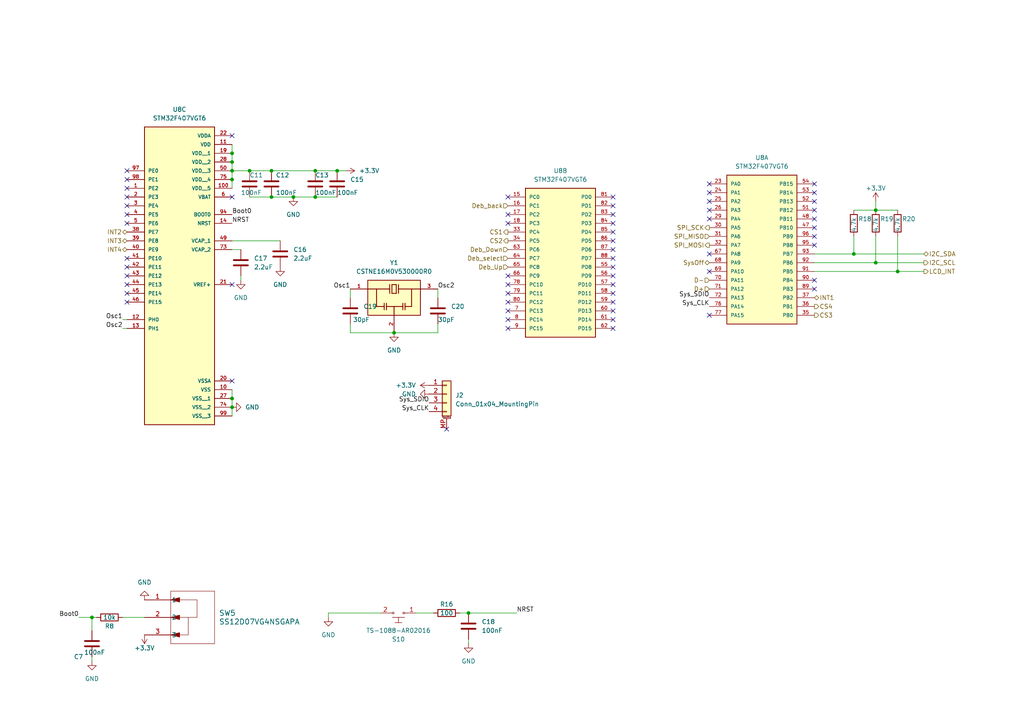
<source format=kicad_sch>
(kicad_sch (version 20231120) (generator "eeschema") (generator_version "8.0")
  (paper "A4")
  (lib_symbols
    (symbol "+3.3V_1" (power) (pin_numbers hide) (pin_names (offset 0) hide)
      (property "Value" "+3.3V" (at 0 3.556 0))
      (symbol "+3.3V_1_0_1"
        (polyline (pts (xy -0.762 1.27) (xy 0 2.54)))
        (polyline (pts (xy 0 0) (xy 0 2.54)))
        (polyline (pts (xy 0 2.54) (xy 0.762 1.27)))
      )
      (symbol "+3.3V_1_1_1"
        (pin power_in line (at 0 0 90) (length 0) (name "~") (number "1"))
      )
    )
    (symbol "2024-05-28_19-32-11:SS12D07VG4NSGAPA" (pin_names (offset 0.254))
      (property "Reference" "SW" (at 15.24 7.62 0))
      (property "Value" "SS12D07VG4NSGAPA" (at 20.32 5.08 0))
      (symbol "SS12D07VG4NSGAPA_0_1"
        (polyline (pts (xy 7.62 -12.7) (xy 20.32 -12.7)) (stroke (width 0.127)))
        (polyline (pts (xy 7.62 -10.16) (xy 10.16 -9.525)) (stroke (width 0.127)))
        (polyline (pts (xy 7.62 -5.08) (xy 10.16 -4.445)) (stroke (width 0.127)))
        (polyline (pts (xy 7.62 -5.08) (xy 15.24 -5.08)) (stroke (width 0.127)))
        (polyline (pts (xy 7.62 0) (xy 10.16 0.635)) (stroke (width 0.127)))
        (polyline (pts (xy 7.62 0) (xy 15.24 0)) (stroke (width 0.127)))
        (polyline (pts (xy 7.62 2.54) (xy 7.62 -12.7)) (stroke (width 0.127)))
        (polyline (pts (xy 10.16 -10.795) (xy 7.62 -10.16)) (stroke (width 0.127)))
        (polyline (pts (xy 10.16 -9.525) (xy 10.16 -10.795)) (stroke (width 0.127)))
        (polyline (pts (xy 10.16 -5.715) (xy 7.62 -5.08)) (stroke (width 0.127)))
        (polyline (pts (xy 10.16 -4.445) (xy 10.16 -5.715)) (stroke (width 0.127)))
        (polyline (pts (xy 10.16 -0.635) (xy 7.62 0)) (stroke (width 0.127)))
        (polyline (pts (xy 10.16 0.635) (xy 10.16 -0.635)) (stroke (width 0.127)))
        (polyline (pts (xy 12.7 -10.16) (xy 7.62 -10.16)) (stroke (width 0.127)))
        (polyline (pts (xy 12.7 -5.08) (xy 12.7 -10.16)) (stroke (width 0.127)))
        (polyline (pts (xy 15.24 0) (xy 15.24 -5.08)) (stroke (width 0.127)))
        (polyline (pts (xy 20.32 -12.7) (xy 20.32 2.54)) (stroke (width 0.127)))
        (polyline (pts (xy 20.32 2.54) (xy 7.62 2.54)) (stroke (width 0.127)))
        (polyline (pts (xy 7.62 -10.16) (xy 10.16 -9.525) (xy 10.16 -10.795)) (fill (type outline)))
        (polyline (pts (xy 7.62 -5.08) (xy 10.16 -4.445) (xy 10.16 -5.715)) (fill (type outline)))
        (polyline (pts (xy 7.62 0) (xy 10.16 0.635) (xy 10.16 -0.635)) (fill (type outline)))
        (pin unspecified line (at 0 0 0) (length 7.62) (name "1") (number "1"))
        (pin unspecified line (at 0 -5.08 0) (length 7.62) (name "2") (number "2"))
        (pin unspecified line (at 0 -10.16 0) (length 7.62) (name "3") (number "3"))
      )
    )
    (symbol "CSTNE16M0V530000R0:CSTNE16M0V530000R0" (pin_names (offset 1.016))
      (property "Reference" "Y" (at -7.62 6.35 0))
      (property "Value" "CSTNE16M0V530000R0" (at 1.27 -6.35 0))
      (symbol "CSTNE16M0V530000R0_0_0"
        (rectangle (start -7.62 -5.08) (end 7.62 5.08) (stroke (width 0.254)) (fill (type background)))
        (polyline (pts (xy -7.62 2.54) (xy -5.08 2.54)) (stroke (width 0.254)))
        (polyline (pts (xy -5.08 -2.54) (xy -5.08 2.54)) (stroke (width 0.254)))
        (polyline (pts (xy -5.08 2.54) (xy -1.27 2.54)) (stroke (width 0.254)))
        (polyline (pts (xy -2.8575 -2.54) (xy -5.08 -2.54)) (stroke (width 0.254)))
        (polyline (pts (xy -2.8575 -2.54) (xy -2.8575 -3.4925)) (stroke (width 0.254)))
        (polyline (pts (xy -2.8575 -1.5875) (xy -2.8575 -2.54)) (stroke (width 0.254)))
        (polyline (pts (xy -2.2225 -2.54) (xy -2.2225 -3.4925)) (stroke (width 0.254)))
        (polyline (pts (xy -2.2225 -1.5875) (xy -2.2225 -2.54)) (stroke (width 0.254)))
        (polyline (pts (xy -1.27 2.54) (xy -1.27 1.27)) (stroke (width 0.254)))
        (polyline (pts (xy -1.27 3.81) (xy -1.27 2.54)) (stroke (width 0.254)))
        (polyline (pts (xy -0.635 1.27) (xy -0.635 3.81)) (stroke (width 0.254)))
        (polyline (pts (xy -0.635 3.81) (xy 0.635 3.81)) (stroke (width 0.254)))
        (polyline (pts (xy 0 -5.08) (xy 0 -2.54)) (stroke (width 0.254)))
        (polyline (pts (xy 0 -2.54) (xy -2.2225 -2.54)) (stroke (width 0.254)))
        (polyline (pts (xy 0 -2.54) (xy 2.54 -2.54)) (stroke (width 0.254)))
        (polyline (pts (xy 0.635 1.27) (xy -0.635 1.27)) (stroke (width 0.254)))
        (polyline (pts (xy 0.635 3.81) (xy 0.635 1.27)) (stroke (width 0.254)))
        (polyline (pts (xy 1.27 2.54) (xy 1.27 1.27)) (stroke (width 0.254)))
        (polyline (pts (xy 1.27 2.54) (xy 5.08 2.54)) (stroke (width 0.254)))
        (polyline (pts (xy 1.27 3.81) (xy 1.27 2.54)) (stroke (width 0.254)))
        (polyline (pts (xy 2.54 -2.54) (xy 2.54 -3.4925)) (stroke (width 0.254)))
        (polyline (pts (xy 2.54 -1.5875) (xy 2.54 -2.54)) (stroke (width 0.254)))
        (polyline (pts (xy 3.175 -2.54) (xy 3.175 -3.4925)) (stroke (width 0.254)))
        (polyline (pts (xy 3.175 -2.54) (xy 5.08 -2.54)) (stroke (width 0.254)))
        (polyline (pts (xy 3.175 -1.5875) (xy 3.175 -2.54)) (stroke (width 0.254)))
        (polyline (pts (xy 5.08 -2.54) (xy 5.08 2.54)) (stroke (width 0.254)))
        (polyline (pts (xy 5.08 2.54) (xy 7.62 2.54)) (stroke (width 0.254)))
        (pin input line (at -12.7 2.54 0) (length 5.08) (name "~") (number "1"))
        (pin power_in line (at 0 -10.16 90) (length 5.08) (name "~") (number "2"))
        (pin output line (at 12.7 2.54 180) (length 5.08) (name "~") (number "3"))
      )
    )
    (symbol "Connector_Generic_MountingPin:Conn_01x04_MountingPin" (pin_names (offset 1.016) hide)
      (property "Reference" "J" (at 0 5.08 0))
      (property "Value" "Conn_01x04_MountingPin" (at 1.27 -7.62 0))
      (symbol "Conn_01x04_MountingPin_1_1"
        (rectangle (start -1.27 -4.953) (end 0 -5.207) (stroke (width 0.1524)))
        (rectangle (start -1.27 -2.413) (end 0 -2.667) (stroke (width 0.1524)))
        (rectangle (start -1.27 0.127) (end 0 -0.127) (stroke (width 0.1524)))
        (rectangle (start -1.27 2.667) (end 0 2.413) (stroke (width 0.1524)))
        (rectangle (start -1.27 3.81) (end 1.27 -6.35) (stroke (width 0.254)) (fill (type background)))
        (polyline (pts (xy -1.016 -7.112) (xy 1.016 -7.112)) (stroke (width 0.1524)))
        (text "Mounting" (at 0 -6.731 0) (effects (font (size 0.381 0.381))))
        (pin passive line (at -5.08 2.54 0) (length 3.81) (name "Pin_1") (number "1"))
        (pin passive line (at -5.08 0 0) (length 3.81) (name "Pin_2") (number "2"))
        (pin passive line (at -5.08 -2.54 0) (length 3.81) (name "Pin_3") (number "3"))
        (pin passive line (at -5.08 -5.08 0) (length 3.81) (name "Pin_4") (number "4"))
        (pin passive line (at 0 -10.16 90) (length 3.048) (name "MountPin") (number "MP"))
      )
    )
    (symbol "Device:C" (pin_numbers hide) (pin_names (offset 0.254))
      (property "Reference" "C" (at 0.635 2.54 0))
      (property "Value" "C" (at 0.635 -2.54 0))
      (symbol "C_0_1"
        (polyline (pts (xy -2.032 -0.762) (xy 2.032 -0.762)) (stroke (width 0.508)))
        (polyline (pts (xy -2.032 0.762) (xy 2.032 0.762)) (stroke (width 0.508)))
      )
      (symbol "C_1_1"
        (pin passive line (at 0 3.81 270) (length 2.794) (name "~") (number "1"))
        (pin passive line (at 0 -3.81 90) (length 2.794) (name "~") (number "2"))
      )
    )
    (symbol "Device:R" (pin_numbers hide) (pin_names (offset 0))
      (property "Reference" "R" (at 2.032 0 90))
      (property "Value" "R" (at 0 0 90))
      (symbol "R_0_1"
        (rectangle (start -1.016 -2.54) (end 1.016 2.54) (stroke (width 0.254)))
      )
      (symbol "R_1_1"
        (pin passive line (at 0 3.81 270) (length 1.27) (name "~") (number "1"))
        (pin passive line (at 0 -3.81 90) (length 1.27) (name "~") (number "2"))
      )
    )
    (symbol "GND_1" (power) (pin_numbers hide) (pin_names (offset 0) hide)
      (property "Value" "GND" (at 0 -3.81 0))
      (symbol "GND_1_0_1"
        (polyline (pts (xy 0 0) (xy 0 -1.27) (xy 1.27 -1.27) (xy 0 -2.54) (xy -1.27 -1.27) (xy 0 -1.27)))
      )
      (symbol "GND_1_1_1"
        (pin power_in line (at 0 0 270) (length 0) (name "~") (number "1"))
      )
    )
    (symbol "GND_2" (power) (pin_numbers hide) (pin_names (offset 0) hide)
      (property "Value" "GND" (at 0 -3.81 0))
      (symbol "GND_2_0_1"
        (polyline (pts (xy 0 0) (xy 0 -1.27) (xy 1.27 -1.27) (xy 0 -2.54) (xy -1.27 -1.27) (xy 0 -1.27)))
      )
      (symbol "GND_2_1_1"
        (pin power_in line (at 0 0 270) (length 0) (name "~") (number "1"))
      )
    )
    (symbol "STM32F407VGT6:STM32F407VGT6" (pin_names (offset 1.016))
      (property "Reference" "U" (at -10.1624 22.888 0))
      (property "Value" "STM32F407VGT6" (at -10.172 -22.953 0))
      (symbol "STM32F407VGT6_1_0"
        (rectangle (start -10.16 -20.32) (end 10.16 22.86) (stroke (width 0.254)) (fill (type background)))
        (pin bidirectional line (at -15.24 20.32 0) (length 5.08) (name "PA0") (number "23"))
        (pin bidirectional line (at -15.24 17.78 0) (length 5.08) (name "PA1") (number "24"))
        (pin bidirectional line (at -15.24 15.24 0) (length 5.08) (name "PA2") (number "25"))
        (pin bidirectional line (at -15.24 12.7 0) (length 5.08) (name "PA3") (number "26"))
        (pin bidirectional line (at -15.24 10.16 0) (length 5.08) (name "PA4") (number "29"))
        (pin bidirectional line (at -15.24 7.62 0) (length 5.08) (name "PA5") (number "30"))
        (pin bidirectional line (at -15.24 5.08 0) (length 5.08) (name "PA6") (number "31"))
        (pin bidirectional line (at -15.24 2.54 0) (length 5.08) (name "PA7") (number "32"))
        (pin bidirectional line (at 15.24 -17.78 180) (length 5.08) (name "PB0") (number "35"))
        (pin bidirectional line (at 15.24 -15.24 180) (length 5.08) (name "PB1") (number "36"))
        (pin bidirectional line (at 15.24 -12.7 180) (length 5.08) (name "PB2") (number "37"))
        (pin bidirectional line (at 15.24 7.62 180) (length 5.08) (name "PB10") (number "47"))
        (pin bidirectional line (at 15.24 10.16 180) (length 5.08) (name "PB11") (number "48"))
        (pin bidirectional line (at 15.24 12.7 180) (length 5.08) (name "PB12") (number "51"))
        (pin bidirectional line (at 15.24 15.24 180) (length 5.08) (name "PB13") (number "52"))
        (pin bidirectional line (at 15.24 17.78 180) (length 5.08) (name "PB14") (number "53"))
        (pin bidirectional line (at 15.24 20.32 180) (length 5.08) (name "PB15") (number "54"))
        (pin bidirectional line (at -15.24 0 0) (length 5.08) (name "PA8") (number "67"))
        (pin bidirectional line (at -15.24 -2.54 0) (length 5.08) (name "PA9") (number "68"))
        (pin bidirectional line (at -15.24 -5.08 0) (length 5.08) (name "PA10") (number "69"))
        (pin bidirectional line (at -15.24 -7.62 0) (length 5.08) (name "PA11") (number "70"))
        (pin bidirectional line (at -15.24 -10.16 0) (length 5.08) (name "PA12") (number "71"))
        (pin bidirectional line (at -15.24 -12.7 0) (length 5.08) (name "PA13") (number "72"))
        (pin bidirectional line (at -15.24 -15.24 0) (length 5.08) (name "PA14") (number "76"))
        (pin bidirectional line (at -15.24 -17.78 0) (length 5.08) (name "PA15") (number "77"))
        (pin bidirectional line (at 15.24 -10.16 180) (length 5.08) (name "PB3") (number "89"))
        (pin bidirectional line (at 15.24 -7.62 180) (length 5.08) (name "PB4") (number "90"))
        (pin bidirectional line (at 15.24 -5.08 180) (length 5.08) (name "PB5") (number "91"))
        (pin bidirectional line (at 15.24 -2.54 180) (length 5.08) (name "PB6") (number "92"))
        (pin bidirectional line (at 15.24 0 180) (length 5.08) (name "PB7") (number "93"))
        (pin bidirectional line (at 15.24 2.54 180) (length 5.08) (name "PB8") (number "95"))
        (pin bidirectional line (at 15.24 5.08 180) (length 5.08) (name "PB9") (number "96"))
      )
      (symbol "STM32F407VGT6_2_0"
        (rectangle (start -10.16 -20.32) (end 10.16 22.86) (stroke (width 0.254)) (fill (type background)))
        (pin bidirectional line (at -15.24 20.32 0) (length 5.08) (name "PC0") (number "15"))
        (pin bidirectional line (at -15.24 17.78 0) (length 5.08) (name "PC1") (number "16"))
        (pin bidirectional line (at -15.24 15.24 0) (length 5.08) (name "PC2") (number "17"))
        (pin bidirectional line (at -15.24 12.7 0) (length 5.08) (name "PC3") (number "18"))
        (pin bidirectional line (at -15.24 10.16 0) (length 5.08) (name "PC4") (number "33"))
        (pin bidirectional line (at -15.24 7.62 0) (length 5.08) (name "PC5") (number "34"))
        (pin bidirectional line (at 15.24 0 180) (length 5.08) (name "PD8") (number "55"))
        (pin bidirectional line (at 15.24 -2.54 180) (length 5.08) (name "PD9") (number "56"))
        (pin bidirectional line (at 15.24 -5.08 180) (length 5.08) (name "PD10") (number "57"))
        (pin bidirectional line (at 15.24 -7.62 180) (length 5.08) (name "PD11") (number "58"))
        (pin bidirectional line (at 15.24 -10.16 180) (length 5.08) (name "PD12") (number "59"))
        (pin bidirectional line (at 15.24 -12.7 180) (length 5.08) (name "PD13") (number "60"))
        (pin bidirectional line (at 15.24 -15.24 180) (length 5.08) (name "PD14") (number "61"))
        (pin bidirectional line (at 15.24 -17.78 180) (length 5.08) (name "PD15") (number "62"))
        (pin bidirectional line (at -15.24 5.08 0) (length 5.08) (name "PC6") (number "63"))
        (pin bidirectional line (at -15.24 2.54 0) (length 5.08) (name "PC7") (number "64"))
        (pin bidirectional line (at -15.24 0 0) (length 5.08) (name "PC8") (number "65"))
        (pin bidirectional line (at -15.24 -2.54 0) (length 5.08) (name "PC9") (number "66"))
        (pin bidirectional line (at -15.24 -12.7 0) (length 5.08) (name "PC13") (number "7"))
        (pin bidirectional line (at -15.24 -5.08 0) (length 5.08) (name "PC10") (number "78"))
        (pin bidirectional line (at -15.24 -7.62 0) (length 5.08) (name "PC11") (number "79"))
        (pin bidirectional line (at -15.24 -15.24 0) (length 5.08) (name "PC14") (number "8"))
        (pin bidirectional line (at -15.24 -10.16 0) (length 5.08) (name "PC12") (number "80"))
        (pin bidirectional line (at 15.24 20.32 180) (length 5.08) (name "PD0") (number "81"))
        (pin bidirectional line (at 15.24 17.78 180) (length 5.08) (name "PD1") (number "82"))
        (pin bidirectional line (at 15.24 15.24 180) (length 5.08) (name "PD2") (number "83"))
        (pin bidirectional line (at 15.24 12.7 180) (length 5.08) (name "PD3") (number "84"))
        (pin bidirectional line (at 15.24 10.16 180) (length 5.08) (name "PD4") (number "85"))
        (pin bidirectional line (at 15.24 7.62 180) (length 5.08) (name "PD5") (number "86"))
        (pin bidirectional line (at 15.24 5.08 180) (length 5.08) (name "PD6") (number "87"))
        (pin bidirectional line (at 15.24 2.54 180) (length 5.08) (name "PD7") (number "88"))
        (pin bidirectional line (at -15.24 -17.78 0) (length 5.08) (name "PC15") (number "9"))
      )
      (symbol "STM32F407VGT6_3_0"
        (rectangle (start -10.16 -53.34) (end 10.16 33.02) (stroke (width 0.254)) (fill (type background)))
        (pin bidirectional line (at -15.24 15.24 0) (length 5.08) (name "PE2") (number "1"))
        (pin power_in line (at 15.24 -43.18 180) (length 5.08) (name "VSS") (number "10"))
        (pin power_in line (at 15.24 15.24 180) (length 5.08) (name "VDD__5") (number "100"))
        (pin power_in line (at 15.24 27.94 180) (length 5.08) (name "VDD") (number "11"))
        (pin bidirectional line (at -15.24 -22.86 0) (length 5.08) (name "PH0") (number "12"))
        (pin bidirectional line (at -15.24 -25.4 0) (length 5.08) (name "PH1") (number "13"))
        (pin bidirectional line (at 15.24 5.08 180) (length 5.08) (name "NRST") (number "14"))
        (pin power_in line (at 15.24 25.4 180) (length 5.08) (name "VDD__1") (number "19"))
        (pin bidirectional line (at -15.24 12.7 0) (length 5.08) (name "PE3") (number "2"))
        (pin power_in line (at 15.24 -40.64 180) (length 5.08) (name "VSSA") (number "20"))
        (pin power_in line (at 15.24 -12.7 180) (length 5.08) (name "VREF+") (number "21"))
        (pin power_in line (at 15.24 30.48 180) (length 5.08) (name "VDDA") (number "22"))
        (pin power_in line (at 15.24 -45.72 180) (length 5.08) (name "VSS__1") (number "27"))
        (pin power_in line (at 15.24 22.86 180) (length 5.08) (name "VDD__2") (number "28"))
        (pin bidirectional line (at -15.24 10.16 0) (length 5.08) (name "PE4") (number "3"))
        (pin bidirectional line (at -15.24 2.54 0) (length 5.08) (name "PE7") (number "38"))
        (pin bidirectional line (at -15.24 0 0) (length 5.08) (name "PE8") (number "39"))
        (pin bidirectional line (at -15.24 7.62 0) (length 5.08) (name "PE5") (number "4"))
        (pin bidirectional line (at -15.24 -2.54 0) (length 5.08) (name "PE9") (number "40"))
        (pin bidirectional line (at -15.24 -5.08 0) (length 5.08) (name "PE10") (number "41"))
        (pin bidirectional line (at -15.24 -7.62 0) (length 5.08) (name "PE11") (number "42"))
        (pin bidirectional line (at -15.24 -10.16 0) (length 5.08) (name "PE12") (number "43"))
        (pin bidirectional line (at -15.24 -12.7 0) (length 5.08) (name "PE13") (number "44"))
        (pin bidirectional line (at -15.24 -15.24 0) (length 5.08) (name "PE14") (number "45"))
        (pin bidirectional line (at -15.24 -17.78 0) (length 5.08) (name "PE15") (number "46"))
        (pin passive line (at 15.24 0 180) (length 5.08) (name "VCAP_1") (number "49"))
        (pin bidirectional line (at -15.24 5.08 0) (length 5.08) (name "PE6") (number "5"))
        (pin power_in line (at 15.24 20.32 180) (length 5.08) (name "VDD__3") (number "50"))
        (pin power_in line (at 15.24 12.7 180) (length 5.08) (name "VBAT") (number "6"))
        (pin passive line (at 15.24 -2.54 180) (length 5.08) (name "VCAP_2") (number "73"))
        (pin power_in line (at 15.24 -48.26 180) (length 5.08) (name "VSS__2") (number "74"))
        (pin power_in line (at 15.24 17.78 180) (length 5.08) (name "VDD__4") (number "75"))
        (pin input line (at 15.24 7.62 180) (length 5.08) (name "BOOT0") (number "94"))
        (pin bidirectional line (at -15.24 20.32 0) (length 5.08) (name "PE0") (number "97"))
        (pin bidirectional line (at -15.24 17.78 0) (length 5.08) (name "PE1") (number "98"))
        (pin power_in line (at 15.24 -50.8 180) (length 5.08) (name "VSS__3") (number "99"))
      )
    )
    (symbol "dk_Pushbutton-Switches:GPTS203211B" (pin_names (offset 1.016))
      (property "Reference" "S" (at -3.81 3.81 0))
      (property "Value" "GPTS203211B" (at 0 -2.54 0))
      (symbol "GPTS203211B_0_1"
        (circle (center -1.524 0) (radius 0.254))
        (polyline (pts (xy -2.54 0) (xy -1.778 0)))
        (polyline (pts (xy -1.778 1.27) (xy 1.778 1.27)))
        (polyline (pts (xy -1.016 2.794) (xy 1.016 2.794)))
        (polyline (pts (xy 0 1.27) (xy 0 2.794)))
        (polyline (pts (xy 2.54 0) (xy 1.778 0)))
        (circle (center 1.524 0) (radius 0.254))
      )
      (symbol "GPTS203211B_1_1"
        (pin passive line (at -5.08 0 0) (length 2.54) (name "~") (number "1"))
        (pin passive line (at 5.08 0 180) (length 2.54) (name "~") (number "2"))
      )
    )
    (symbol "power:+3.3V" (power) (pin_names (offset 0))
      (property "Value" "+3.3V" (at 0 3.556 0))
      (symbol "+3.3V_0_1"
        (polyline (pts (xy -0.762 1.27) (xy 0 2.54)))
        (polyline (pts (xy 0 0) (xy 0 2.54)))
        (polyline (pts (xy 0 2.54) (xy 0.762 1.27)))
      )
      (symbol "+3.3V_1_1"
        (pin power_in line (at 0 0 90) (length 0) hide (name "+3.3V") (number "1"))
      )
    )
    (symbol "power:GND" (power) (pin_names (offset 0))
      (property "Value" "GND" (at 0 -3.81 0))
      (symbol "GND_0_1"
        (polyline (pts (xy 0 0) (xy 0 -1.27) (xy 1.27 -1.27) (xy 0 -2.54) (xy -1.27 -1.27) (xy 0 -1.27)))
      )
      (symbol "GND_1_1"
        (pin power_in line (at 0 0 270) (length 0) hide (name "GND") (number "1"))
      )
    )
  )
  (junction (at 67.31 46.99))
  (junction (at 135.89 177.8))
  (junction (at 67.31 44.45))
  (junction (at 26.67 179.07))
  (junction (at 78.74 49.53))
  (junction (at 67.31 49.53))
  (junction (at 97.79 49.53))
  (junction (at 91.44 49.53))
  (junction (at 67.31 52.07))
  (junction (at 254 76.2))
  (junction (at 85.09 57.15))
  (junction (at 67.31 118.11))
  (junction (at 91.44 57.15))
  (junction (at 260.35 78.74))
  (junction (at 78.74 57.15))
  (junction (at 254 60.96))
  (junction (at 72.39 49.53))
  (junction (at 114.3 96.52))
  (junction (at 67.31 115.57))
  (junction (at 247.65 73.66))
  (no_connect (at 205.74 91.44))
  (no_connect (at 36.83 64.77))
  (no_connect (at 177.8 67.31))
  (no_connect (at 147.32 90.17))
  (no_connect (at 177.8 82.55))
  (no_connect (at 36.83 52.07))
  (no_connect (at 67.31 82.55))
  (no_connect (at 177.8 85.09))
  (no_connect (at 236.22 55.88))
  (no_connect (at 205.74 78.74))
  (no_connect (at 236.22 81.28))
  (no_connect (at 177.8 80.01))
  (no_connect (at 177.8 95.25))
  (no_connect (at 177.8 69.85))
  (no_connect (at 205.74 58.42))
  (no_connect (at 205.74 60.96))
  (no_connect (at 36.83 80.01))
  (no_connect (at 36.83 49.53))
  (no_connect (at 236.22 66.04))
  (no_connect (at 147.32 92.71))
  (no_connect (at 177.8 77.47))
  (no_connect (at 205.74 53.34))
  (no_connect (at 129.54 124.46))
  (no_connect (at 205.74 55.88))
  (no_connect (at 36.83 57.15))
  (no_connect (at 147.32 95.25))
  (no_connect (at 177.8 64.77))
  (no_connect (at 36.83 85.09))
  (no_connect (at 205.74 73.66))
  (no_connect (at 36.83 54.61))
  (no_connect (at 67.31 57.15))
  (no_connect (at 36.83 77.47))
  (no_connect (at 36.83 87.63))
  (no_connect (at 147.32 87.63))
  (no_connect (at 67.31 110.49))
  (no_connect (at 177.8 59.69))
  (no_connect (at 36.83 62.23))
  (no_connect (at 67.31 39.37))
  (no_connect (at 147.32 57.15))
  (no_connect (at 177.8 74.93))
  (no_connect (at 236.22 53.34))
  (no_connect (at 236.22 83.82))
  (no_connect (at 177.8 72.39))
  (no_connect (at 147.32 80.01))
  (no_connect (at 205.74 63.5))
  (no_connect (at 147.32 82.55))
  (no_connect (at 236.22 58.42))
  (no_connect (at 236.22 68.58))
  (no_connect (at 236.22 71.12))
  (no_connect (at 177.8 62.23))
  (no_connect (at 147.32 62.23))
  (no_connect (at 36.83 82.55))
  (no_connect (at 236.22 63.5))
  (no_connect (at 147.32 64.77))
  (no_connect (at 177.8 57.15))
  (no_connect (at 36.83 59.69))
  (no_connect (at 147.32 85.09))
  (no_connect (at 177.8 92.71))
  (no_connect (at 177.8 87.63))
  (no_connect (at 177.8 90.17))
  (no_connect (at 36.83 74.93))
  (no_connect (at 236.22 60.96))
  (wire (pts (xy 247.65 73.66) (xy 236.22 73.66)))
  (wire (pts (xy 26.67 179.07) (xy 27.94 179.07)))
  (wire (pts (xy 247.65 68.58) (xy 247.65 73.66)))
  (wire (pts (xy 35.56 95.25) (xy 36.83 95.25)))
  (wire (pts (xy 35.56 92.71) (xy 36.83 92.71)))
  (wire (pts (xy 67.31 46.99) (xy 67.31 49.53)))
  (wire (pts (xy 101.6 83.82) (xy 101.6 86.36)))
  (wire (pts (xy 254 68.58) (xy 254 76.2)))
  (wire (pts (xy 267.97 73.66) (xy 247.65 73.66)))
  (wire (pts (xy 26.67 191.77) (xy 26.67 190.5)))
  (wire (pts (xy 26.67 179.07) (xy 26.67 182.88)))
  (wire (pts (xy 91.44 49.53) (xy 97.79 49.53)))
  (wire (pts (xy 110.49 177.8) (xy 95.25 177.8)))
  (wire (pts (xy 91.44 57.15) (xy 97.79 57.15)))
  (wire (pts (xy 135.89 185.42) (xy 135.89 186.69)))
  (wire (pts (xy 97.79 49.53) (xy 100.33 49.53)))
  (wire (pts (xy 127 93.98) (xy 127 96.52)))
  (wire (pts (xy 78.74 49.53) (xy 91.44 49.53)))
  (wire (pts (xy 67.31 44.45) (xy 67.31 46.99)))
  (wire (pts (xy 22.86 179.07) (xy 26.67 179.07)))
  (wire (pts (xy 260.35 68.58) (xy 260.35 78.74)))
  (wire (pts (xy 101.6 93.98) (xy 101.6 96.52)))
  (wire (pts (xy 120.65 177.8) (xy 125.73 177.8)))
  (wire (pts (xy 127 83.82) (xy 127 86.36)))
  (wire (pts (xy 78.74 57.15) (xy 85.09 57.15)))
  (wire (pts (xy 67.31 41.91) (xy 67.31 44.45)))
  (wire (pts (xy 95.25 177.8) (xy 95.25 179.07)))
  (wire (pts (xy 133.35 177.8) (xy 135.89 177.8)))
  (wire (pts (xy 254 60.96) (xy 260.35 60.96)))
  (wire (pts (xy 267.97 78.74) (xy 260.35 78.74)))
  (wire (pts (xy 254 76.2) (xy 236.22 76.2)))
  (wire (pts (xy 67.31 115.57) (xy 67.31 118.11)))
  (wire (pts (xy 69.85 80.01) (xy 69.85 81.28)))
  (wire (pts (xy 72.39 57.15) (xy 78.74 57.15)))
  (wire (pts (xy 85.09 57.15) (xy 91.44 57.15)))
  (wire (pts (xy 247.65 60.96) (xy 254 60.96)))
  (wire (pts (xy 35.56 179.07) (xy 41.91 179.07)))
  (wire (pts (xy 67.31 113.03) (xy 67.31 115.57)))
  (wire (pts (xy 67.31 52.07) (xy 67.31 54.61)))
  (wire (pts (xy 260.35 78.74) (xy 236.22 78.74)))
  (wire (pts (xy 254 58.42) (xy 254 60.96)))
  (wire (pts (xy 127 96.52) (xy 114.3 96.52)))
  (wire (pts (xy 67.31 118.11) (xy 67.31 120.65)))
  (wire (pts (xy 67.31 69.85) (xy 81.28 69.85)))
  (wire (pts (xy 67.31 49.53) (xy 72.39 49.53)))
  (wire (pts (xy 67.31 49.53) (xy 67.31 52.07)))
  (wire (pts (xy 72.39 49.53) (xy 78.74 49.53)))
  (wire (pts (xy 267.97 76.2) (xy 254 76.2)))
  (wire (pts (xy 135.89 177.8) (xy 149.86 177.8)))
  (wire (pts (xy 67.31 72.39) (xy 69.85 72.39)))
  (wire (pts (xy 101.6 96.52) (xy 114.3 96.52)))
  (label "Sys_CLK" (at 205.74 88.9 180))
  (label "Boot0" (at 22.86 179.07 180))
  (label "Sys_CLK" (at 124.46 119.38 180))
  (label "Osc1" (at 35.56 92.71 180))
  (label "Boot0" (at 67.31 62.23 0))
  (label "Osc1" (at 101.6 83.82 180))
  (label "Osc2" (at 127 83.82 0))
  (label "NRST" (at 149.86 177.8 0))
  (label "Osc2" (at 35.56 95.25 180))
  (label "Sys_SDIO" (at 124.46 116.84 180))
  (label "NRST" (at 67.31 64.77 0))
  (label "Sys_SDIO" (at 205.74 86.36 180))
  (hierarchical_label "SPI_MISO" (shape input) (at 205.74 68.58 180))
  (hierarchical_label "CS1" (shape output) (at 147.32 67.31 180))
  (hierarchical_label "Deb_Down" (shape input) (at 147.32 72.39 180))
  (hierarchical_label "D+" (shape input) (at 205.74 83.82 180))
  (hierarchical_label "INT3" (shape bidirectional) (at 36.83 69.85 180))
  (hierarchical_label "Deb_Up" (shape input) (at 147.32 77.47 180))
  (hierarchical_label "D-" (shape input) (at 205.74 81.28 180))
  (hierarchical_label "SPI_MOSI" (shape output) (at 205.74 71.12 180))
  (hierarchical_label "CS4" (shape output) (at 236.22 88.9 0))
  (hierarchical_label "Deb_back" (shape input) (at 147.32 59.69 180))
  (hierarchical_label "CS3" (shape output) (at 236.22 91.44 0))
  (hierarchical_label "CS2" (shape output) (at 147.32 69.85 180))
  (hierarchical_label "I2C_SDA" (shape bidirectional) (at 267.97 73.66 0))
  (hierarchical_label "LCD_INT" (shape output) (at 267.97 78.74 0))
  (hierarchical_label "SPI_SCK" (shape output) (at 205.74 66.04 180))
  (hierarchical_label "INT1" (shape bidirectional) (at 236.22 86.36 0))
  (hierarchical_label "Deb_select" (shape input) (at 147.32 74.93 180))
  (hierarchical_label "I2C_SCL" (shape output) (at 267.97 76.2 0))
  (hierarchical_label "INT2" (shape bidirectional) (at 36.83 67.31 180))
  (hierarchical_label "INT4" (shape bidirectional) (at 36.83 72.39 180))
  (hierarchical_label "SysOff" (shape bidirectional) (at 205.74 76.2 180))
  (symbol (lib_name "GND_1") (lib_id "power:GND") (at 124.46 114.3 270) (unit 1)
    (property "Reference" "#PWR061" (effects (hide yes)))
    (property "Value" "GND" (at 120.65 114.2999 90) (effects (justify right)))
    (property "Description" "Power symbol creates a global label with name \"GND\" , ground" (effects (hide yes)))
  )
  (symbol (lib_id "Device:C") (at 81.28 73.66 0) (unit 1)
    (property "Reference" "C16" (at 85.09 72.39 0) (effects (justify left)))
    (property "Value" "2.2uF" (at 85.09 74.93 0) (effects (justify left)))
    (property "Footprint" "Capacitor_SMD:C_0402_1005Metric" (effects (hide yes)))
  )
  (symbol (lib_id "Device:C") (at 101.6 90.17 0) (unit 1)
    (property "Reference" "C19" (at 105.41 88.8999 0) (effects (justify left)))
    (property "Value" "30pF" (at 102.362 92.71 0) (effects (justify left)))
    (property "Footprint" "Capacitor_SMD:C_0402_1005Metric" (effects (hide yes)))
    (property "Description" "Unpolarized capacitor" (effects (hide yes)))
  )
  (symbol (lib_id "power:+3.3V") (at 41.91 184.15 180) (unit 1)
    (property "Reference" "#PWR09" (effects (hide yes)))
    (property "Value" "+3.3V" (at 41.91 187.96 0))
    (instances (project "Motor Programmer Rev. 2" (path "" (reference "#PWR09") (unit 1))) (project "ESP32_S2_SOLO_N4 Kicad Reference Design" (path "" (reference "#PWR03") (unit 1))) (project "esp32" (path "" (reference "#PWR05") (unit 1))))
  )
  (symbol (lib_id "Device:R") (at 129.54 177.8 90) (unit 1)
    (property "Reference" "R16" (at 129.54 175.26 90))
    (property "Value" "100" (at 129.54 177.8 90))
    (property "Footprint" "Resistor_SMD:R_0402_1005Metric" (effects (hide yes)))
  )
  (symbol (lib_name "+3.3V_1") (lib_id "power:+3.3V") (at 124.46 111.76 90) (unit 1)
    (property "Reference" "#PWR060" (effects (hide yes)))
    (property "Value" "+3.3V" (at 120.65 111.7599 90) (effects (justify left)))
    (property "Description" "Power symbol creates a global label with name \"+3.3V\"" (effects (hide yes)))
  )
  (symbol (lib_id "power:GND") (at 85.09 57.15 0) (unit 1)
    (property "Reference" "#PWR053" (effects (hide yes)))
    (property "Value" "GND" (at 85.09 62.23 0))
  )
  (symbol (lib_id "Device:C") (at 97.79 53.34 0) (unit 1)
    (property "Reference" "C15" (at 101.6 52.07 0) (effects (justify left)))
    (property "Value" "100nF" (at 97.79 55.88 0) (effects (justify left)))
    (property "Footprint" "Capacitor_SMD:C_0402_1005Metric" (effects (hide yes)))
  )
  (symbol (lib_id "Device:C") (at 72.39 53.34 0) (unit 1)
    (property "Reference" "C11" (at 72.39 50.8 0) (effects (justify left)))
    (property "Value" "100nF" (at 69.85 55.88 0) (effects (justify left)))
    (property "Footprint" "Capacitor_SMD:C_0402_1005Metric" (effects (hide yes)))
  )
  (symbol (lib_id "Device:C") (at 127 90.17 0) (unit 1)
    (property "Reference" "C20" (at 130.81 88.8999 0) (effects (justify left)))
    (property "Value" "30pF" (at 127 92.71 0) (effects (justify left)))
    (property "Footprint" "Capacitor_SMD:C_0402_1005Metric" (effects (hide yes)))
    (property "Description" "Unpolarized capacitor" (effects (hide yes)))
  )
  (symbol (lib_id "STM32F407VGT6:STM32F407VGT6") (at 220.98 73.66 0) (unit 1)
    (property "Reference" "U8" (at 220.98 45.72 0))
    (property "Value" "STM32F407VGT6" (at 220.98 48.26 0))
    (property "Footprint" "revparts2:QFP50P1600X1600X160-100N" (effects (hide yes)))
    (property "PARTREV" "8" (effects (hide yes)))
    (property "STANDARD" "IPC7351B" (effects (hide yes)))
    (property "MAXIMUM_PACKAGE_HEIGHT" "1.6mm" (effects (hide yes)))
    (property "MANUFACTURER" "ST Microelectronics" (effects (hide yes)))
  )
  (symbol (lib_id "dk_Pushbutton-Switches:GPTS203211B") (at 115.57 177.8 180) (unit 1)
    (property "Reference" "S10" (at 115.57 185.42 0))
    (property "Value" "TS-1088-AR02016" (at 115.57 182.88 0))
    (property "Footprint" "revparts2:TS-1088-AR02016" (effects (hide yes)))
    (property "Datasheet" "http://switches-connectors-custom.cwind.com/Asset/GPTS203211BR2.pdf" (effects (hide yes)))
    (property "Description" "SWITCH PUSHBUTTON SPST 1A 30V" (effects (hide yes)))
    (property "Digi-Key_PN" "CW181-ND" (effects (hide yes)))
    (property "MPN" "GPTS203211B" (effects (hide yes)))
    (property "Category" "Switches" (effects (hide yes)))
    (property "Family" "Pushbutton Switches" (effects (hide yes)))
    (property "DK_Datasheet_Link" "http://switches-connectors-custom.cwind.com/Asset/GPTS203211BR2.pdf" (effects (hide yes)))
    (property "DK_Detail_Page" "/product-detail/en/cw-industries/GPTS203211B/CW181-ND/3190590" (effects (hide yes)))
    (property "Manufacturer" "CW Industries" (effects (hide yes)))
    (property "Status" "Active" (effects (hide yes)))
  )
  (symbol (lib_id "Device:R") (at 260.35 64.77 0) (unit 1)
    (property "Reference" "R20" (at 261.62 63.5 0) (effects (justify left)))
    (property "Value" "4.7k" (at 260.35 67.31 90) (effects (justify left)))
    (property "Footprint" "Resistor_SMD:R_0402_1005Metric" (effects (hide yes)))
  )
  (symbol (lib_id "power:GND") (at 67.31 118.11 90) (unit 1)
    (property "Reference" "#PWR057" (effects (hide yes)))
    (property "Value" "GND" (at 71.12 118.11 90) (effects (justify right)))
  )
  (symbol (lib_id "power:GND") (at 26.67 191.77 0) (unit 1)
    (property "Reference" "#PWR042" (effects (hide yes)))
    (property "Value" "GND" (at 26.67 196.85 0))
  )
  (symbol (lib_id "power:+3.3V") (at 100.33 49.53 270) (unit 1)
    (property "Reference" "#PWR048" (effects (hide yes)))
    (property "Value" "+3.3V" (at 104.14 49.53 90) (effects (justify left)))
  )
  (symbol (lib_id "power:GND") (at 135.89 186.69 0) (unit 1)
    (property "Reference" "#PWR058" (effects (hide yes)))
    (property "Value" "GND" (at 135.89 191.77 0))
  )
  (symbol (lib_id "Device:R") (at 254 64.77 0) (unit 1)
    (property "Reference" "R19" (at 255.27 63.5 0) (effects (justify left)))
    (property "Value" "4.7k" (at 254 67.31 90) (effects (justify left)))
    (property "Footprint" "Resistor_SMD:R_0402_1005Metric" (effects (hide yes)))
  )
  (symbol (lib_id "Device:C") (at 135.89 181.61 0) (unit 1)
    (property "Reference" "C18" (at 139.7 180.34 0) (effects (justify left)))
    (property "Value" "100nF" (at 139.7 182.88 0) (effects (justify left)))
    (property "Footprint" "Capacitor_SMD:C_0402_1005Metric" (effects (hide yes)))
  )
  (symbol (lib_id "CSTNE16M0V530000R0:CSTNE16M0V530000R0") (at 114.3 86.36 0) (unit 1)
    (property "Reference" "Y1" (at 114.3 76.2 0))
    (property "Value" "CSTNE16M0V530000R0" (at 114.3 78.74 0))
    (property "Footprint" "RevParts:OSC_CSTNE16M0V530000R0" (effects (hide yes)))
    (property "PARTREV" "JGC42-8853B" (effects (hide yes)))
    (property "MANUFACTURER" "Murata" (effects (hide yes)))
    (property "MAXIMUM_PACKAGE_HEIGHT" "1mm" (effects (hide yes)))
    (property "STANDARD" "Manufacturer Recomendations" (effects (hide yes)))
  )
  (symbol (lib_name "GND_2") (lib_id "power:GND") (at 114.3 96.52 0) (unit 1)
    (property "Reference" "#PWR062" (effects (hide yes)))
    (property "Value" "GND" (at 114.3 101.6 0))
    (property "Description" "Power symbol creates a global label with name \"GND\" , ground" (effects (hide yes)))
  )
  (symbol (lib_id "power:GND") (at 69.85 81.28 0) (unit 1)
    (property "Reference" "#PWR055" (effects (hide yes)))
    (property "Value" "GND" (at 69.85 86.36 0))
  )
  (symbol (lib_id "Device:C") (at 78.74 53.34 0) (unit 1)
    (property "Reference" "C12" (at 80.01 50.8 0) (effects (justify left)))
    (property "Value" "100nF" (at 80.01 55.88 0) (effects (justify left)))
    (property "Footprint" "Capacitor_SMD:C_0402_1005Metric" (effects (hide yes)))
  )
  (symbol (lib_id "power:GND") (at 41.91 173.99 180) (unit 1)
    (property "Reference" "#PWR08" (effects (hide yes)))
    (property "Value" "GND" (at 41.91 168.91 0))
  )
  (symbol (lib_id "Device:R") (at 31.75 179.07 270) (unit 1)
    (property "Reference" "R8" (at 31.75 181.61 90))
    (property "Value" "10k" (at 31.75 179.07 90))
    (property "Footprint" "Resistor_SMD:R_0402_1005Metric" (effects (hide yes)))
  )
  (symbol (lib_id "Connector_Generic_MountingPin:Conn_01x04_MountingPin") (at 129.54 114.3 0) (unit 1)
    (property "Reference" "J2" (at 132.08 114.6555 0) (effects (justify left)))
    (property "Value" "Conn_01x04_MountingPin" (at 132.08 117.1955 0) (effects (justify left)))
    (property "Footprint" "Connector_PinHeader_2.54mm:PinHeader_1x04_P2.54mm_Horizontal" (effects (hide yes)))
    (property "Description" "Generic connectable mounting pin connector, single row, 01x04, script generated (kicad-library-utils/schlib/autogen/connector/)" (effects (hide yes)))
  )
  (symbol (lib_id "Device:C") (at 69.85 76.2 0) (unit 1)
    (property "Reference" "C17" (at 73.66 74.93 0) (effects (justify left)))
    (property "Value" "2.2uF" (at 73.66 77.47 0) (effects (justify left)))
    (property "Footprint" "Capacitor_SMD:C_0402_1005Metric" (effects (hide yes)))
  )
  (symbol (lib_id "Device:R") (at 247.65 64.77 0) (unit 1)
    (property "Reference" "R18" (at 248.92 63.5 0) (effects (justify left)))
    (property "Value" "4.7k" (at 247.65 67.31 90) (effects (justify left)))
    (property "Footprint" "Resistor_SMD:R_0402_1005Metric" (effects (hide yes)))
  )
  (symbol (lib_id "Device:C") (at 26.67 186.69 180) (unit 1)
    (property "Reference" "C7" (at 24.13 190.5 0) (effects (justify left)))
    (property "Value" "100nF" (at 30.48 189.23 0) (effects (justify left)))
    (property "Footprint" "Capacitor_SMD:C_0402_1005Metric" (effects (hide yes)))
  )
  (symbol (lib_id "power:+3.3V") (at 254 58.42 0) (unit 1)
    (property "Reference" "#PWR056" (effects (hide yes)))
    (property "Value" "+3.3V" (at 254 54.61 0))
    (instances (project "Motor Programmer Rev. 2" (path "" (reference "#PWR056") (unit 1))) (project "ESP32_S2_SOLO_N4 Kicad Reference Design" (path "" (reference "#PWR03") (unit 1))) (project "esp32" (path "" (reference "#PWR05") (unit 1))))
  )
  (symbol (lib_id "STM32F407VGT6:STM32F407VGT6") (at 162.56 77.47 0) (unit 2)
    (property "Reference" "U8" (at 162.56 49.53 0))
    (property "Value" "STM32F407VGT6" (at 162.56 52.07 0))
    (property "Footprint" "revparts2:QFP50P1600X1600X160-100N" (effects (hide yes)))
    (property "PARTREV" "8" (effects (hide yes)))
    (property "STANDARD" "IPC7351B" (effects (hide yes)))
    (property "MAXIMUM_PACKAGE_HEIGHT" "1.6mm" (effects (hide yes)))
    (property "MANUFACTURER" "ST Microelectronics" (effects (hide yes)))
  )
  (symbol (lib_id "power:GND") (at 81.28 77.47 0) (unit 1)
    (property "Reference" "#PWR054" (effects (hide yes)))
    (property "Value" "GND" (at 81.28 82.55 0))
  )
  (symbol (lib_id "2024-05-28_19-32-11:SS12D07VG4NSGAPA") (at 41.91 173.99 0) (unit 1)
    (property "Reference" "SW5" (at 63.5 177.8 0) (effects (font (size 1.524 1.524)) (justify left)))
    (property "Value" "SS12D07VG4NSGAPA" (at 63.5 180.34 0) (effects (font (size 1.524 1.524)) (justify left)))
    (property "Footprint" "revparts2:SS12D07_CNK" (effects (hide yes)))
    (property "Datasheet" "SS12D07VG4NSGAPA" (effects (hide yes)))
  )
  (symbol (lib_id "STM32F407VGT6:STM32F407VGT6") (at 52.07 69.85 0) (unit 3)
    (property "Reference" "U8" (at 52.07 31.75 0))
    (property "Value" "STM32F407VGT6" (at 52.07 34.29 0))
    (property "Footprint" "revparts2:QFP50P1600X1600X160-100N" (effects (hide yes)))
    (property "PARTREV" "8" (effects (hide yes)))
    (property "STANDARD" "IPC7351B" (effects (hide yes)))
    (property "MAXIMUM_PACKAGE_HEIGHT" "1.6mm" (effects (hide yes)))
    (property "MANUFACTURER" "ST Microelectronics" (effects (hide yes)))
  )
  (symbol (lib_id "power:GND") (at 95.25 179.07 0) (unit 1)
    (property "Reference" "#PWR012" (effects (hide yes)))
    (property "Value" "GND" (at 95.25 184.15 0))
  )
  (symbol (lib_id "Device:C") (at 91.44 53.34 0) (unit 1)
    (property "Reference" "C13" (at 91.44 50.8 0) (effects (justify left)))
    (property "Value" "100nF" (at 91.44 55.88 0) (effects (justify left)))
    (property "Footprint" "Capacitor_SMD:C_0402_1005Metric" (effects (hide yes)))
  )
)
</source>
